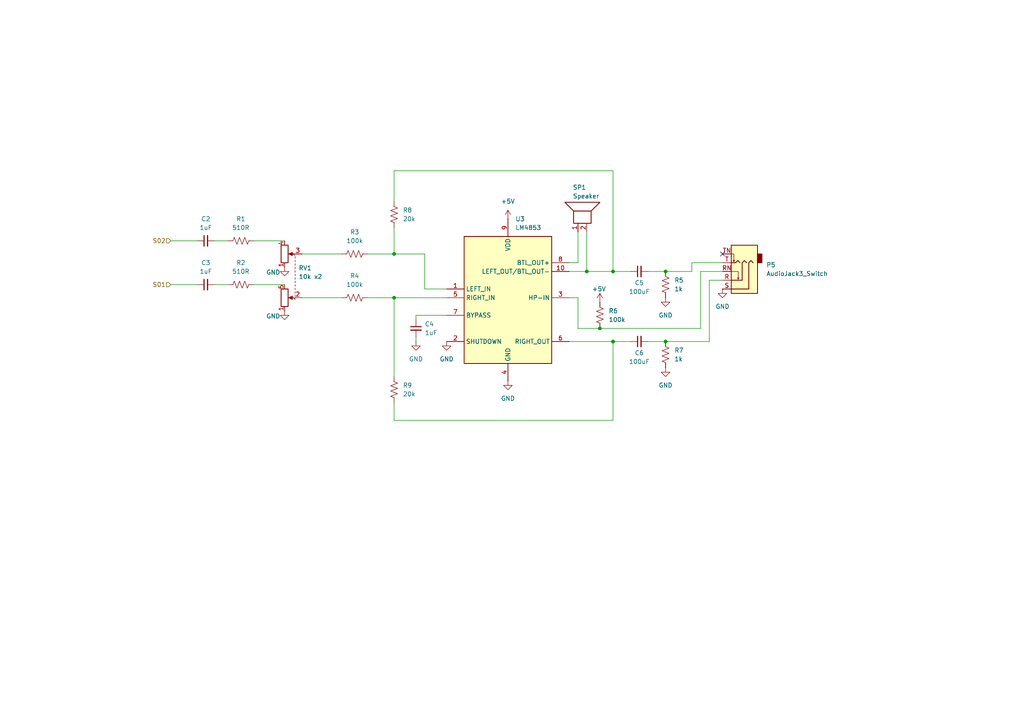
<source format=kicad_sch>
(kicad_sch (version 20250114) (generator "eeschema") (generator_version "9.0")
  (paper "A4")
  (lib_symbols
    (symbol "Connector_Audio:AudioJack3_SwitchTR"
      (property "Reference" "J" (at 0 8.89 0))
      (property "Value" "AudioJack3_SwitchTR" (at 0 6.35 0))
      (symbol "AudioJack3_SwitchTR_0_1"
        (rectangle (start -5.08 -5.08) (end -6.35 -7.62) (stroke (width 0.254)) (fill (type outline)))
        (polyline (pts (xy -1.905 -5.08) (xy -1.27 -5.715) (xy -0.635 -5.08) (xy -0.635 0) (xy 2.54 0)) (stroke (width 0.254)))
        (polyline (pts (xy 0 -5.08) (xy 0.635 -5.715) (xy 1.27 -5.08) (xy 2.54 -5.08)) (stroke (width 0.254)))
        (polyline (pts (xy 0.508 -0.254) (xy 0.762 -0.762)))
        (polyline (pts (xy 1.778 -5.334) (xy 2.032 -5.842)))
        (rectangle (start 2.54 3.81) (end -5.08 -10.16) (stroke (width 0.254)) (fill (type background)))
        (polyline (pts (xy 2.54 2.54) (xy -2.54 2.54) (xy -2.54 -5.08) (xy -3.175 -5.715) (xy -3.81 -5.08)) (stroke (width 0.254)))
        (polyline (pts (xy 2.54 -2.54) (xy 0.508 -2.54) (xy 0.508 -0.254) (xy 0.254 -0.762)))
        (polyline (pts (xy 2.54 -7.62) (xy 1.778 -7.62) (xy 1.778 -5.334) (xy 1.524 -5.842)))
      )
      (symbol "AudioJack3_SwitchTR_1_1"
        (pin passive line (at 5.08 2.54 180) (length 2.54) (name "~") (number "S"))
        (pin passive line (at 5.08 0 180) (length 2.54) (name "~") (number "R"))
        (pin passive line (at 5.08 -2.54 180) (length 2.54) (name "~") (number "RN"))
        (pin passive line (at 5.08 -5.08 180) (length 2.54) (name "~") (number "T"))
        (pin passive line (at 5.08 -7.62 180) (length 2.54) (name "~") (number "TN"))
      )
    )
    (symbol "Device:C_Small" (pin_numbers (hide yes)) (pin_names (offset 0.254) (hide yes))
      (property "Reference" "C" (at 0.254 1.778 0))
      (property "Value" "C_Small" (at 0.254 -2.032 0))
      (symbol "C_Small_0_1"
        (polyline (pts (xy -1.524 0.508) (xy 1.524 0.508)) (stroke (width 0.3048)))
        (polyline (pts (xy -1.524 -0.508) (xy 1.524 -0.508)) (stroke (width 0.3302)))
      )
      (symbol "C_Small_1_1"
        (pin passive line (at 0 2.54 270) (length 2.032) (name "~") (number "1"))
        (pin passive line (at 0 -2.54 90) (length 2.032) (name "~") (number "2"))
      )
    )
    (symbol "Device:R_US" (pin_numbers (hide yes)) (pin_names (offset 0))
      (property "Reference" "R" (at 2.54 0 90))
      (property "Value" "R_US" (at -2.54 0 90))
      (symbol "R_US_0_1"
        (polyline (pts (xy 0 2.286) (xy 0 2.54)))
        (polyline (pts (xy 0 2.286) (xy 1.016 1.905) (xy 0 1.524) (xy -1.016 1.143) (xy 0 0.762)))
        (polyline (pts (xy 0 0.762) (xy 1.016 0.381) (xy 0 0) (xy -1.016 -0.381) (xy 0 -0.762)))
        (polyline (pts (xy 0 -0.762) (xy 1.016 -1.143) (xy 0 -1.524) (xy -1.016 -1.905) (xy 0 -2.286)))
        (polyline (pts (xy 0 -2.286) (xy 0 -2.54)))
      )
      (symbol "R_US_1_1"
        (pin passive line (at 0 3.81 270) (length 1.27) (name "~") (number "1"))
        (pin passive line (at 0 -3.81 90) (length 1.27) (name "~") (number "2"))
      )
    )
    (symbol "Device:Speaker" (pin_names (offset 0) (hide yes))
      (property "Reference" "LS" (at 1.27 5.715 0))
      (property "Value" "Speaker" (at 1.27 3.81 0))
      (symbol "Speaker_0_0"
        (rectangle (start -2.54 1.27) (end 1.016 -3.81) (stroke (width 0.254)))
        (polyline (pts (xy 1.016 1.27) (xy 3.556 3.81) (xy 3.556 -6.35) (xy 1.016 -3.81)) (stroke (width 0.254)))
      )
      (symbol "Speaker_1_1"
        (pin input line (at -5.08 0 0) (length 2.54) (name "1") (number "1"))
        (pin input line (at -5.08 -2.54 0) (length 2.54) (name "2") (number "2"))
      )
    )
    (symbol "LM4853MM_NOPB:LM4853MM_NOPB"
      (property "Reference" "U" (at -3.81 13.97 0))
      (property "Value" "LM4853" (at -3.81 11.43 0))
      (symbol "LM4853MM_NOPB_1_1"
        (rectangle (start 5.08 2.54) (end 30.48 -34.29) (stroke (width 0.254)) (fill (type background)))
        (pin input line (at 0 -12.7 0) (length 5.08) (name "LEFT_IN") (number "1"))
        (pin input line (at 0 -15.24 0) (length 5.08) (name "RIGHT_IN") (number "5"))
        (pin passive line (at 0 -20.32 0) (length 5.08) (name "BYPASS") (number "7"))
        (pin input line (at 0 -27.94 0) (length 5.08) (name "SHUTDOWN") (number "2"))
        (pin power_in line (at 17.78 7.62 270) (length 5.08) (name "VDD") (number "9"))
        (pin power_in line (at 17.78 -39.37 90) (length 5.08) (name "GND") (number "4"))
        (pin output line (at 35.56 -5.08 180) (length 5.08) (name "BTL_OUT+") (number "8"))
        (pin output line (at 35.56 -7.62 180) (length 5.08) (name "LEFT_OUT/BTL_OUT-") (number "10"))
        (pin input line (at 35.56 -15.24 180) (length 5.08) (name "HP-IN") (number "3"))
        (pin output line (at 35.56 -27.94 180) (length 5.08) (name "RIGHT_OUT") (number "6"))
      )
    )
    (symbol "gbc_volume:R_Potentiometer_Dual" (pin_names (offset 1.016) (hide yes))
      (property "Reference" "RV1" (at -2.286 1.524 90))
      (property "Value" "10k x2" (at 0.254 1.524 90))
      (symbol "R_Potentiometer_Dual_0_1"
        (rectangle (start -8.89 -1.524) (end -3.81 -3.556) (stroke (width 0.254)))
        (polyline (pts (xy -6.35 0) (xy -6.35 -1.016)))
        (polyline (pts (xy -6.35 0) (xy -6.35 -1.016)))
        (polyline (pts (xy -6.35 0) (xy -5.842 0.508)))
        (polyline (pts (xy -6.35 -1.397) (xy -6.858 -0.254) (xy -5.842 -0.254) (xy -6.35 -1.397)) (fill (type outline)))
        (polyline (pts (xy -5.588 0.508) (xy -5.08 0.508)))
        (polyline (pts (xy -4.572 0.508) (xy -4.064 0.508)))
        (polyline (pts (xy -3.556 0.508) (xy -3.048 0.508)))
        (polyline (pts (xy -2.54 0.508) (xy -2.032 0.508)))
        (polyline (pts (xy -1.524 0.508) (xy -1.016 0.508)))
        (polyline (pts (xy -0.508 0.508) (xy 0 0.508)))
        (polyline (pts (xy 0.508 0.508) (xy 1.016 0.508)))
        (polyline (pts (xy 1.524 0.508) (xy 2.032 0.508)))
        (polyline (pts (xy 2.54 0.508) (xy 3.048 0.508)))
        (polyline (pts (xy 3.556 0.508) (xy 4.064 0.508)))
        (rectangle (start 3.81 -1.524) (end 8.89 -3.556) (stroke (width 0.254)))
        (polyline (pts (xy 4.572 0.508) (xy 5.08 0.508)))
        (polyline (pts (xy 5.588 0.508) (xy 6.096 0.508)))
        (polyline (pts (xy 6.35 0) (xy 6.35 -1.016)))
        (polyline (pts (xy 6.35 0) (xy 6.35 -1.016)))
        (polyline (pts (xy 6.35 -1.397) (xy 5.842 -0.254) (xy 6.858 -0.254) (xy 6.35 -1.397)) (fill (type outline)))
        (polyline (pts (xy 6.604 0.508) (xy 6.858 0.508) (xy 6.35 0)))
      )
      (symbol "R_Potentiometer_Dual_1_1"
        (pin passive line (at -10.16 -2.54 0) (length 1.27) (name "S02_IN") (number "4"))
        (pin passive line (at -6.35 2.54 270) (length 2.54) (name "S02_OUT") (number "3"))
        (pin passive line (at -2.54 -2.54 180) (length 1.27) (name "GND") (number "1"))
        (pin passive line (at 2.54 -2.54 0) (length 1.27) (name "S01_IN") (number "5"))
        (pin passive line (at 6.35 2.54 270) (length 2.54) (name "S02_OUT") (number "2"))
        (pin passive line (at 10.16 -2.54 180) (length 1.27) (name "GND") (number "1"))
      )
    )
    (symbol "power:+5V" (power) (pin_numbers (hide yes)) (pin_names (offset 0) (hide yes))
      (property "Value" "+5V" (at 0 3.556 0))
      (symbol "+5V_0_1"
        (polyline (pts (xy -0.762 1.27) (xy 0 2.54)))
        (polyline (pts (xy 0 2.54) (xy 0.762 1.27)))
        (polyline (pts (xy 0 0) (xy 0 2.54)))
      )
      (symbol "+5V_1_1"
        (pin power_in line (at 0 0 90) (length 0) (name "~") (number "1"))
      )
    )
    (symbol "power:GND" (power) (pin_numbers (hide yes)) (pin_names (offset 0) (hide yes))
      (property "Value" "GND" (at 0 -3.81 0))
      (symbol "GND_0_1"
        (polyline (pts (xy 0 0) (xy 0 -1.27) (xy 1.27 -1.27) (xy 0 -2.54) (xy -1.27 -1.27) (xy 0 -1.27)))
      )
      (symbol "GND_1_1"
        (pin power_in line (at 0 0 270) (length 0) (name "~") (number "1"))
      )
    )
  )
  (junction (at 177.8 78.74))
  (junction (at 173.99 95.25))
  (junction (at 170.18 78.74))
  (junction (at 193.04 78.74))
  (junction (at 193.04 99.06))
  (junction (at 177.8 99.06))
  (junction (at 114.3 73.66))
  (junction (at 114.3 86.36))
  (no_connect (at 209.55 73.66))
  (wire (pts (xy 170.18 67.31) (xy 170.18 78.74)))
  (wire (pts (xy 205.74 99.06) (xy 193.04 99.06)))
  (wire (pts (xy 165.1 86.36) (xy 167.64 86.36)))
  (wire (pts (xy 120.65 92.71) (xy 120.65 91.44)))
  (wire (pts (xy 167.64 95.25) (xy 173.99 95.25)))
  (wire (pts (xy 123.19 73.66) (xy 123.19 83.82)))
  (wire (pts (xy 165.1 76.2) (xy 167.64 76.2)))
  (wire (pts (xy 114.3 58.42) (xy 114.3 49.53)))
  (wire (pts (xy 209.55 81.28) (xy 205.74 81.28)))
  (wire (pts (xy 187.96 99.06) (xy 193.04 99.06)))
  (wire (pts (xy 114.3 116.84) (xy 114.3 121.92)))
  (wire (pts (xy 114.3 49.53) (xy 177.8 49.53)))
  (wire (pts (xy 187.96 78.74) (xy 193.04 78.74)))
  (wire (pts (xy 203.2 78.74) (xy 203.2 95.25)))
  (wire (pts (xy 167.64 67.31) (xy 167.64 76.2)))
  (wire (pts (xy 114.3 66.04) (xy 114.3 73.66)))
  (wire (pts (xy 177.8 121.92) (xy 177.8 99.06)))
  (wire (pts (xy 106.68 73.66) (xy 114.3 73.66)))
  (wire (pts (xy 120.65 91.44) (xy 129.54 91.44)))
  (wire (pts (xy 177.8 99.06) (xy 182.88 99.06)))
  (wire (pts (xy 106.68 86.36) (xy 114.3 86.36)))
  (wire (pts (xy 167.64 86.36) (xy 167.64 95.25)))
  (wire (pts (xy 177.8 49.53) (xy 177.8 78.74)))
  (wire (pts (xy 200.66 76.2) (xy 200.66 78.74)))
  (wire (pts (xy 165.1 78.74) (xy 170.18 78.74)))
  (wire (pts (xy 203.2 95.25) (xy 173.99 95.25)))
  (wire (pts (xy 200.66 78.74) (xy 193.04 78.74)))
  (wire (pts (xy 82.55 69.85) (xy 73.66 69.85)))
  (wire (pts (xy 66.04 69.85) (xy 62.23 69.85)))
  (wire (pts (xy 177.8 78.74) (xy 182.88 78.74)))
  (wire (pts (xy 165.1 99.06) (xy 177.8 99.06)))
  (wire (pts (xy 114.3 86.36) (xy 114.3 109.22)))
  (wire (pts (xy 49.53 82.55) (xy 57.15 82.55)))
  (wire (pts (xy 114.3 73.66) (xy 123.19 73.66)))
  (wire (pts (xy 62.23 82.55) (xy 66.04 82.55)))
  (wire (pts (xy 114.3 121.92) (xy 177.8 121.92)))
  (wire (pts (xy 205.74 81.28) (xy 205.74 99.06)))
  (wire (pts (xy 82.55 82.55) (xy 73.66 82.55)))
  (wire (pts (xy 209.55 78.74) (xy 203.2 78.74)))
  (wire (pts (xy 99.06 86.36) (xy 87.63 86.36)))
  (wire (pts (xy 123.19 83.82) (xy 129.54 83.82)))
  (wire (pts (xy 170.18 78.74) (xy 177.8 78.74)))
  (wire (pts (xy 49.53 69.85) (xy 57.15 69.85)))
  (wire (pts (xy 87.63 73.66) (xy 99.06 73.66)))
  (wire (pts (xy 209.55 76.2) (xy 200.66 76.2)))
  (wire (pts (xy 120.65 97.79) (xy 120.65 99.06)))
  (wire (pts (xy 114.3 86.36) (xy 129.54 86.36)))
  (hierarchical_label "S02" (shape input) (at 49.53 69.85 180))
  (hierarchical_label "S01" (shape input) (at 49.53 82.55 180))
  (symbol (lib_id "power:+5V") (at 147.32 63.5 0) (unit 1)
    (property "Reference" "#PWR027" (effects (hide yes)))
    (property "Value" "+5V" (at 147.32 58.42 0))
    (property "Description" "Power symbol creates a global label with name \"+5V\"" (effects (hide yes)))
  )
  (symbol (lib_id "LM4853MM_NOPB:LM4853MM_NOPB") (at 129.54 71.12 0) (unit 1)
    (property "Reference" "U3" (at 149.4633 63.5 0) (effects (justify left)))
    (property "Value" "LM4853" (at 149.4633 66.04 0) (effects (justify left)))
    (property "Footprint" "Package_SO:VSSOP-10_3x3mm_P0.5mm" (effects (hide yes)))
    (property "Datasheet" "http://www.ti.com/lit/gpn/LM4853" (effects (hide yes)))
    (property "Description" "Mono 1.5 W / Stereo 300mW Power Amplifier" (effects (hide yes)))
    (property "Height" "1.1" (effects (hide yes)))
    (property "Mouser Part Number" "926-LM4853MM/NOPB" (effects (hide yes)))
    (property "Mouser Price/Stock" "https://www.mouser.co.uk/ProductDetail/Texas-Instruments/LM4853MM-NOPB?qs=QbsRYf82W3F2psFI2da2Dw%3D%3D" (effects (hide yes)))
    (property "Manufacturer_Name" "Texas Instruments" (effects (hide yes)))
    (property "Manufacturer_Part_Number" "LM4853MM/NOPB" (effects (hide yes)))
  )
  (symbol (lib_id "power:GND") (at 129.54 99.06 0) (unit 1)
    (property "Reference" "#PWR025" (effects (hide yes)))
    (property "Value" "GND" (at 129.54 104.14 0))
    (property "Description" "Power symbol creates a global label with name \"GND\" , ground" (effects (hide yes)))
  )
  (symbol (lib_id "Device:R_US") (at 69.85 82.55 90) (unit 1)
    (property "Reference" "R2" (at 69.85 76.2 90))
    (property "Value" "510R" (at 69.85 78.74 90))
    (property "Footprint" "Resistor_SMD:R_0603_1608Metric_Pad0.98x0.95mm_HandSolder" (effects (hide yes)))
    (property "Description" "Resistor, US symbol" (effects (hide yes)))
    (property "Mouser Part Number" " 791-WR06X511JTL " (effects (hide yes)))
  )
  (symbol (lib_id "Device:C_Small") (at 59.69 82.55 90) (unit 1)
    (property "Reference" "C3" (at 59.6963 76.2 90))
    (property "Value" "1uF" (at 59.6963 78.74 90))
    (property "Footprint" "Capacitor_SMD:C_0603_1608Metric_Pad1.08x0.95mm_HandSolder" (effects (hide yes)))
    (property "Description" "Unpolarized capacitor, small symbol" (effects (hide yes)))
    (property "Mouser Part Number" " 963-JMK107BJ105MA-T " (effects (hide yes)))
  )
  (symbol (lib_id "Connector_Audio:AudioJack3_SwitchTR") (at 214.63 81.28 180) (unit 1)
    (property "Reference" "P5" (at 222.25 76.8349 0) (effects (justify right)))
    (property "Value" "AudioJack3_Switch" (at 222.25 79.3749 0) (effects (justify right)))
    (property "Footprint" "gbc_repro_lib:audio_jack" (effects (hide yes)))
    (property "Description" "Audio Jack, 3 Poles (Stereo / TRS), Switched TR Poles (Normalling)" (effects (hide yes)))
    (property "Mouser Part Number" " 490-SJ1-3525N " (effects (hide yes)))
  )
  (symbol (lib_id "Device:C_Small") (at 185.42 78.74 90) (unit 1)
    (property "Reference" "C5" (at 185.42 82.042 90))
    (property "Value" "100uF" (at 185.42 84.582 90))
    (property "Footprint" "Capacitor_SMD:C_1206_3216Metric_Pad1.33x1.80mm_HandSolder" (effects (hide yes)))
    (property "Description" "Unpolarized capacitor, small symbol" (effects (hide yes)))
    (property "Mouser Part Number" "187-CL31A107MQHNNWE" (effects (hide yes)))
  )
  (symbol (lib_id "Device:R_US") (at 114.3 62.23 180) (unit 1)
    (property "Reference" "R8" (at 116.84 60.9599 0) (effects (justify right)))
    (property "Value" "20k" (at 116.84 63.4999 0) (effects (justify right)))
    (property "Footprint" "Resistor_SMD:R_0603_1608Metric_Pad0.98x0.95mm_HandSolder" (effects (hide yes)))
    (property "Description" "Resistor, US symbol" (effects (hide yes)))
    (property "Mouser Part Number" " 660-RN73R1JTD2002F25 " (effects (hide yes)))
  )
  (symbol (lib_id "power:GND") (at 82.55 77.47 0) (unit 1)
    (property "Reference" "#PWR023" (effects (hide yes)))
    (property "Value" "GND" (at 79.248 78.994 0))
    (property "Description" "Power symbol creates a global label with name \"GND\" , ground" (effects (hide yes)))
  )
  (symbol (lib_id "Device:R_US") (at 102.87 73.66 90) (unit 1)
    (property "Reference" "R3" (at 102.87 67.31 90))
    (property "Value" "100k" (at 102.87 69.85 90))
    (property "Footprint" "Resistor_SMD:R_0603_1608Metric_Pad0.98x0.95mm_HandSolder" (effects (hide yes)))
    (property "Description" "Resistor, US symbol" (effects (hide yes)))
    (property "Mouser Part Number" " 279-CRGCQ0603F100K " (effects (hide yes)))
  )
  (symbol (lib_id "Device:C_Small") (at 185.42 99.06 90) (unit 1)
    (property "Reference" "C6" (at 185.42 102.362 90))
    (property "Value" "100uF" (at 185.42 104.902 90))
    (property "Footprint" "Capacitor_SMD:C_1206_3216Metric_Pad1.33x1.80mm_HandSolder" (effects (hide yes)))
    (property "Description" "Unpolarized capacitor, small symbol" (effects (hide yes)))
    (property "Mouser Part Number" "187-CL31A107MQHNNWE" (effects (hide yes)))
  )
  (symbol (lib_id "power:GND") (at 147.32 110.49 0) (unit 1)
    (property "Reference" "#PWR026" (effects (hide yes)))
    (property "Value" "GND" (at 147.32 115.57 0))
    (property "Description" "Power symbol creates a global label with name \"GND\" , ground" (effects (hide yes)))
  )
  (symbol (lib_id "power:GND") (at 193.04 86.36 0) (unit 1)
    (property "Reference" "#PWR030" (effects (hide yes)))
    (property "Value" "GND" (at 193.04 91.44 0))
    (property "Description" "Power symbol creates a global label with name \"GND\" , ground" (effects (hide yes)))
  )
  (symbol (lib_id "Device:R_US") (at 69.85 69.85 90) (unit 1)
    (property "Reference" "R1" (at 69.85 63.5 90))
    (property "Value" "510R" (at 69.85 66.04 90))
    (property "Footprint" "Resistor_SMD:R_0603_1608Metric_Pad0.98x0.95mm_HandSolder" (effects (hide yes)))
    (property "Description" "Resistor, US symbol" (effects (hide yes)))
    (property "Mouser Part Number" " 791-WR06X511JTL " (effects (hide yes)))
  )
  (symbol (lib_id "Device:Speaker") (at 167.64 62.23 90) (unit 1) (in_bom no)
    (property "Reference" "SP1" (at 166.116 54.356 90) (effects (justify right)))
    (property "Value" "Speaker" (at 166.116 56.896 90) (effects (justify right)))
    (property "Footprint" "Connector_PinHeader_1.00mm:PinHeader_1x02_P1.00mm_Vertical" (effects (hide yes)))
    (property "Description" "Speaker" (effects (hide yes)))
  )
  (symbol (lib_id "Device:R_US") (at 193.04 102.87 0) (unit 1)
    (property "Reference" "R7" (at 195.58 101.5999 0) (effects (justify left)))
    (property "Value" "1k" (at 195.58 104.1399 0) (effects (justify left)))
    (property "Footprint" "Resistor_SMD:R_0603_1608Metric_Pad0.98x0.95mm_HandSolder" (effects (hide yes)))
    (property "Description" "Resistor, US symbol" (effects (hide yes)))
    (property "Mouser Part Number" " 603-AC0603JR-131KL " (effects (hide yes)))
  )
  (symbol (lib_id "gbc_volume:R_Potentiometer_Dual") (at 85.09 80.01 270) (unit 1)
    (property "Reference" "RV1" (at 86.614 77.724 90) (effects (justify left)))
    (property "Value" "10k x2" (at 86.614 80.264 90) (effects (justify left)))
    (property "Footprint" "gbc_repro_lib:gbc_volume_wheel" (effects (hide yes)))
    (property "Description" "Dual potentiometer" (effects (hide yes)))
    (property "Mouser Part Number" " 688-RK10J12R0A0B " (effects (hide yes)))
  )
  (symbol (lib_id "Device:R_US") (at 173.99 91.44 0) (unit 1)
    (property "Reference" "R6" (at 176.53 90.1699 0) (effects (justify left)))
    (property "Value" "100k" (at 176.53 92.7099 0) (effects (justify left)))
    (property "Footprint" "Resistor_SMD:R_0603_1608Metric_Pad0.98x0.95mm_HandSolder" (effects (hide yes)))
    (property "Description" "Resistor, US symbol" (effects (hide yes)))
    (property "Mouser Part Number" " 279-CRGCQ0603F100K " (effects (hide yes)))
  )
  (symbol (lib_id "Device:R_US") (at 114.3 113.03 180) (unit 1)
    (property "Reference" "R9" (at 116.84 111.7599 0) (effects (justify right)))
    (property "Value" "20k" (at 116.84 114.2999 0) (effects (justify right)))
    (property "Footprint" "Resistor_SMD:R_0603_1608Metric_Pad0.98x0.95mm_HandSolder" (effects (hide yes)))
    (property "Description" "Resistor, US symbol" (effects (hide yes)))
    (property "Mouser Part Number" " 660-RN73R1JTD2002F25 " (effects (hide yes)))
  )
  (symbol (lib_id "Device:R_US") (at 193.04 82.55 0) (unit 1)
    (property "Reference" "R5" (at 195.58 81.2799 0) (effects (justify left)))
    (property "Value" "1k" (at 195.58 83.8199 0) (effects (justify left)))
    (property "Footprint" "Resistor_SMD:R_0603_1608Metric_Pad0.98x0.95mm_HandSolder" (effects (hide yes)))
    (property "Description" "Resistor, US symbol" (effects (hide yes)))
    (property "Mouser Part Number" " 603-AC0603JR-131KL " (effects (hide yes)))
  )
  (symbol (lib_id "Device:R_US") (at 102.87 86.36 90) (unit 1)
    (property "Reference" "R4" (at 102.87 80.01 90))
    (property "Value" "100k" (at 102.87 82.55 90))
    (property "Footprint" "Resistor_SMD:R_0603_1608Metric_Pad0.98x0.95mm_HandSolder" (effects (hide yes)))
    (property "Description" "Resistor, US symbol" (effects (hide yes)))
    (property "Mouser Part Number" " 279-CRGCQ0603F100K " (effects (hide yes)))
  )
  (symbol (lib_id "power:GND") (at 82.55 90.17 0) (unit 1)
    (property "Reference" "#PWR024" (effects (hide yes)))
    (property "Value" "GND" (at 79.248 91.694 0))
    (property "Description" "Power symbol creates a global label with name \"GND\" , ground" (effects (hide yes)))
  )
  (symbol (lib_id "power:GND") (at 120.65 99.06 0) (unit 1)
    (property "Reference" "#PWR028" (effects (hide yes)))
    (property "Value" "GND" (at 120.65 104.14 0))
    (property "Description" "Power symbol creates a global label with name \"GND\" , ground" (effects (hide yes)))
  )
  (symbol (lib_id "power:GND") (at 209.55 83.82 0) (unit 1)
    (property "Reference" "#PWR029" (effects (hide yes)))
    (property "Value" "GND" (at 209.55 88.9 0))
    (property "Description" "Power symbol creates a global label with name \"GND\" , ground" (effects (hide yes)))
  )
  (symbol (lib_id "Device:C_Small") (at 59.69 69.85 90) (unit 1)
    (property "Reference" "C2" (at 59.6963 63.5 90))
    (property "Value" "1uF" (at 59.6963 66.04 90))
    (property "Footprint" "Capacitor_SMD:C_0603_1608Metric_Pad1.08x0.95mm_HandSolder" (effects (hide yes)))
    (property "Description" "Unpolarized capacitor, small symbol" (effects (hide yes)))
    (property "Mouser Part Number" " 963-JMK107BJ105MA-T " (effects (hide yes)))
  )
  (symbol (lib_id "power:GND") (at 193.04 106.68 0) (unit 1)
    (property "Reference" "#PWR032" (effects (hide yes)))
    (property "Value" "GND" (at 193.04 111.76 0))
    (property "Description" "Power symbol creates a global label with name \"GND\" , ground" (effects (hide yes)))
  )
  (symbol (lib_id "power:+5V") (at 173.99 87.63 0) (unit 1)
    (property "Reference" "#PWR031" (effects (hide yes)))
    (property "Value" "+5V" (at 173.736 83.82 0))
    (property "Description" "Power symbol creates a global label with name \"+5V\"" (effects (hide yes)))
  )
  (symbol (lib_id "Device:C_Small") (at 120.65 95.25 0) (unit 1)
    (property "Reference" "C4" (at 123.19 93.9862 0) (effects (justify left)))
    (property "Value" "1uF" (at 123.19 96.5262 0) (effects (justify left)))
    (property "Footprint" "Capacitor_SMD:C_0603_1608Metric_Pad1.08x0.95mm_HandSolder" (effects (hide yes)))
    (property "Description" "Unpolarized capacitor, small symbol" (effects (hide yes)))
    (property "Mouser Part Number" " 963-JMK107BJ105MA-T " (effects (hide yes)))
  )
)
</source>
